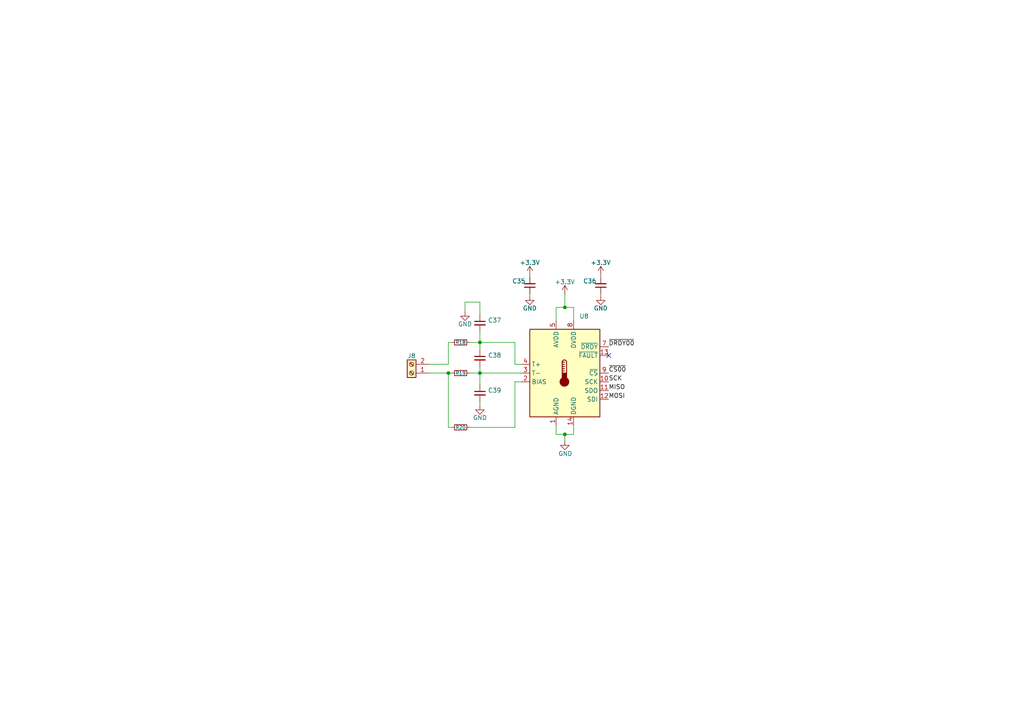
<source format=kicad_sch>
(kicad_sch (version 20211123) (generator eeschema)
  (paper "A4")
  (lib_symbols
    (symbol "Connector:Screw_Terminal_01x02" (pin_names (offset 1.016) hide)
      (property "Reference" "J" (at 0 2.54 0))
      (property "Value" "Screw_Terminal_01x02" (at 0 -5.08 0))
      (symbol "Screw_Terminal_01x02_1_1"
        (rectangle (start -1.27 1.27) (end 1.27 -3.81) (stroke (width 0.254)) (fill (type background)))
        (circle (center 0 -2.54) (radius 0.635) (stroke (width 0.1524)))
        (polyline (pts (xy -0.5334 -2.2098) (xy 0.3302 -3.048)) (stroke (width 0.1524)))
        (polyline (pts (xy -0.5334 0.3302) (xy 0.3302 -0.508)) (stroke (width 0.1524)))
        (polyline (pts (xy -0.3556 -2.032) (xy 0.508 -2.8702)) (stroke (width 0.1524)))
        (polyline (pts (xy -0.3556 0.508) (xy 0.508 -0.3302)) (stroke (width 0.1524)))
        (circle (center 0 0) (radius 0.635) (stroke (width 0.1524)))
        (pin passive line (at -5.08 0 0) (length 3.81) (name "Pin_1") (number "1"))
        (pin passive line (at -5.08 -2.54 0) (length 3.81) (name "Pin_2") (number "2"))
      )
    )
    (symbol "Device:C_Small" (pin_numbers hide) (pin_names (offset 0.254) hide)
      (property "Reference" "C" (at 0.254 1.778 0))
      (property "Value" "C_Small" (at 0.254 -2.032 0))
      (symbol "C_Small_0_1"
        (polyline (pts (xy -1.524 -0.508) (xy 1.524 -0.508)) (stroke (width 0.3302)))
        (polyline (pts (xy -1.524 0.508) (xy 1.524 0.508)) (stroke (width 0.3048)))
      )
      (symbol "C_Small_1_1"
        (pin passive line (at 0 2.54 270) (length 2.032) (name "~") (number "1"))
        (pin passive line (at 0 -2.54 90) (length 2.032) (name "~") (number "2"))
      )
    )
    (symbol "Device:R_Small" (pin_numbers hide) (pin_names (offset 0.254) hide)
      (property "Reference" "R" (at 0.762 0.508 0))
      (property "Value" "R_Small" (at 0.762 -1.016 0))
      (symbol "R_Small_0_1"
        (rectangle (start -0.762 1.778) (end 0.762 -1.778) (stroke (width 0.2032)))
      )
      (symbol "R_Small_1_1"
        (pin passive line (at 0 2.54 270) (length 0.762) (name "~") (number "1"))
        (pin passive line (at 0 -2.54 90) (length 0.762) (name "~") (number "2"))
      )
    )
    (symbol "Sensor_Temperature:MAX31856"
      (property "Reference" "U" (at -7.62 13.97 0))
      (property "Value" "MAX31856" (at 13.97 13.97 0))
      (symbol "MAX31856_0_1"
        (rectangle (start -10.16 12.7) (end 10.16 -12.7) (stroke (width 0.254)) (fill (type background)))
        (circle (center -0.127 -2.54) (radius 1.27) (stroke (width 0.254)) (fill (type outline)))
        (polyline (pts (xy -0.762 0.635) (xy -0.127 0.635)) (stroke (width 0.254)))
        (polyline (pts (xy -0.762 1.27) (xy -0.127 1.27)) (stroke (width 0.254)))
        (polyline (pts (xy -0.762 1.905) (xy -0.127 1.905)) (stroke (width 0.254)))
        (polyline (pts (xy -0.762 2.54) (xy -0.127 2.54)) (stroke (width 0.254)))
        (polyline (pts (xy -0.762 3.175) (xy -0.762 0)) (stroke (width 0.254)))
        (polyline (pts (xy -0.762 3.175) (xy -0.127 3.175)) (stroke (width 0.254)))
        (polyline (pts (xy 0.508 3.175) (xy 0.508 0)) (stroke (width 0.254)))
        (rectangle (start 0.508 -1.905) (end -0.762 0) (stroke (width 0.254)) (fill (type outline)))
        (arc (start 0.508 3.175) (mid -0.127 3.81) (end -0.762 3.175) (stroke (width 0.254)))
      )
      (symbol "MAX31856_1_1"
        (pin power_in line (at -2.54 -15.24 90) (length 2.54) (name "AGND") (number "1"))
        (pin input line (at 12.7 -2.54 180) (length 2.54) (name "SCK") (number "10"))
        (pin output line (at 12.7 -5.08 180) (length 2.54) (name "SDO") (number "11"))
        (pin input line (at 12.7 -7.62 180) (length 2.54) (name "SDI") (number "12"))
        (pin output line (at 12.7 5.08 180) (length 2.54) (name "~{FAULT}") (number "13"))
        (pin power_in line (at 2.54 -15.24 90) (length 2.54) (name "DGND") (number "14"))
        (pin input line (at -12.7 -2.54 0) (length 2.54) (name "BIAS") (number "2"))
        (pin input line (at -12.7 0 0) (length 2.54) (name "T-") (number "3"))
        (pin input line (at -12.7 2.54 0) (length 2.54) (name "T+") (number "4"))
        (pin power_in line (at -2.54 15.24 270) (length 2.54) (name "AVDD") (number "5"))
        (pin no_connect line (at -10.16 -7.62 0) (length 2.54) hide (name "DNC") (number "6"))
        (pin output line (at 12.7 7.62 180) (length 2.54) (name "~{DRDY}") (number "7"))
        (pin power_in line (at 2.54 15.24 270) (length 2.54) (name "DVDD") (number "8"))
        (pin input line (at 12.7 0 180) (length 2.54) (name "~{CS}") (number "9"))
      )
    )
    (symbol "power:+3.3V" (power) (pin_names (offset 0))
      (property "Value" "+3.3V" (at 0 3.556 0))
      (symbol "+3.3V_0_1"
        (polyline (pts (xy -0.762 1.27) (xy 0 2.54)))
        (polyline (pts (xy 0 0) (xy 0 2.54)))
        (polyline (pts (xy 0 2.54) (xy 0.762 1.27)))
      )
      (symbol "+3.3V_1_1"
        (pin power_in line (at 0 0 90) (length 0) hide (name "+3.3V") (number "1"))
      )
    )
    (symbol "power:GND" (power) (pin_names (offset 0))
      (property "Value" "GND" (at 0 -3.81 0))
      (symbol "GND_0_1"
        (polyline (pts (xy 0 0) (xy 0 -1.27) (xy 1.27 -1.27) (xy 0 -2.54) (xy -1.27 -1.27) (xy 0 -1.27)))
      )
      (symbol "GND_1_1"
        (pin power_in line (at 0 0 270) (length 0) hide (name "GND") (number "1"))
      )
    )
  )
  (junction (at 130.048 108.204))
  (junction (at 163.83 125.984))
  (junction (at 139.192 108.204))
  (junction (at 139.192 99.314))
  (junction (at 163.83 89.154))
  (no_connect (at 176.53 103.124))
  (wire (pts (xy 163.83 89.154) (xy 166.37 89.154)))
  (wire (pts (xy 163.83 85.344) (xy 163.83 89.154)))
  (wire (pts (xy 130.048 99.314) (xy 131.064 99.314)))
  (wire (pts (xy 130.048 123.952) (xy 131.064 123.952)))
  (wire (pts (xy 139.192 116.586) (xy 139.192 117.602)))
  (wire (pts (xy 139.192 108.204) (xy 139.192 111.506)))
  (wire (pts (xy 139.192 108.204) (xy 151.13 108.204)))
  (wire (pts (xy 151.13 105.664) (xy 149.352 105.664)))
  (wire (pts (xy 174.244 79.756) (xy 174.244 80.264)))
  (wire (pts (xy 149.352 105.664) (xy 149.352 99.314)))
  (wire (pts (xy 149.352 123.952) (xy 136.144 123.952)))
  (wire (pts (xy 153.67 85.344) (xy 153.67 85.852)))
  (wire (pts (xy 124.46 108.204) (xy 130.048 108.204)))
  (wire (pts (xy 163.83 125.984) (xy 163.83 127.889)))
  (wire (pts (xy 124.46 105.664) (xy 130.048 105.664)))
  (wire (pts (xy 149.352 110.744) (xy 149.352 123.952)))
  (wire (pts (xy 136.144 108.204) (xy 139.192 108.204)))
  (wire (pts (xy 139.192 99.314) (xy 139.192 101.346)))
  (wire (pts (xy 130.048 108.204) (xy 131.064 108.204)))
  (wire (pts (xy 134.874 87.63) (xy 134.874 90.424)))
  (wire (pts (xy 130.048 108.204) (xy 130.048 123.952)))
  (wire (pts (xy 161.29 92.964) (xy 161.29 89.154)))
  (wire (pts (xy 139.192 106.426) (xy 139.192 108.204)))
  (wire (pts (xy 139.192 87.63) (xy 134.874 87.63)))
  (wire (pts (xy 139.192 96.266) (xy 139.192 99.314)))
  (wire (pts (xy 136.144 99.314) (xy 139.192 99.314)))
  (wire (pts (xy 130.048 99.314) (xy 130.048 105.664)))
  (wire (pts (xy 174.244 85.344) (xy 174.244 85.852)))
  (wire (pts (xy 166.37 89.154) (xy 166.37 92.964)))
  (wire (pts (xy 166.37 125.984) (xy 166.37 123.444)))
  (wire (pts (xy 161.29 123.444) (xy 161.29 125.984)))
  (wire (pts (xy 151.13 110.744) (xy 149.352 110.744)))
  (wire (pts (xy 163.83 125.984) (xy 166.37 125.984)))
  (wire (pts (xy 139.192 91.186) (xy 139.192 87.63)))
  (wire (pts (xy 161.29 89.154) (xy 163.83 89.154)))
  (wire (pts (xy 161.29 125.984) (xy 163.83 125.984)))
  (wire (pts (xy 153.67 79.756) (xy 153.67 80.264)))
  (wire (pts (xy 149.352 99.314) (xy 139.192 99.314)))
  (label "~{CS00}" (at 176.53 108.204 0))
  (label "SCK" (at 176.53 110.744 0))
  (label "MISO" (at 176.53 113.284 0))
  (label "MOSI" (at 176.53 115.824 0))
  (label "~{DRDY00}" (at 176.53 100.584 0))
  (symbol (lib_id "Device:C_Small") (at 174.244 82.804 0) (mirror x) (unit 1)
    (property "Reference" "C36" (at 171.069 81.534 0))
  )
  (symbol (lib_id "Device:R_Small") (at 133.604 99.314 90) (unit 1)
    (property "Reference" "R18" (at 133.604 99.314 90) (effects (font (size 1 1))))
  )
  (symbol (lib_id "power:+3.3V") (at 163.83 85.344 0) (unit 1)
    (property "Reference" "#PWR058" (effects hide))
  )
  (symbol (lib_id "power:+3.3V") (at 153.67 79.756 0) (unit 1)
    (property "Reference" "#PWR056" (effects hide))
  )
  (symbol (lib_id "Device:C_Small") (at 139.192 114.046 0) (unit 1)
    (property "Reference" "C39" (at 141.5161 113.2176 0) (effects (justify left)))
  )
  (symbol (lib_id "power:GND") (at 163.83 127.889 0) (unit 1)
    (property "Reference" "#PWR063" (effects hide))
  )
  (symbol (lib_id "power:+3.3V") (at 174.244 79.756 0) (unit 1)
    (property "Reference" "#PWR057" (effects hide))
  )
  (symbol (lib_id "Device:R_Small") (at 133.604 108.204 90) (unit 1)
    (property "Reference" "R19" (at 133.604 108.204 90) (effects (font (size 1 1))))
  )
  (symbol (lib_id "Connector:Screw_Terminal_01x02") (at 119.38 108.204 180) (unit 1)
    (property "Reference" "J8" (at 119.38 103.2312 0))
  )
  (symbol (lib_id "Device:R_Small") (at 133.604 123.952 90) (unit 1)
    (property "Reference" "R20" (at 133.604 123.952 90) (effects (font (size 1 1))))
  )
  (symbol (lib_id "Device:C_Small") (at 139.192 93.726 0) (unit 1)
    (property "Reference" "C37" (at 141.5161 92.8976 0) (effects (justify left)))
  )
  (symbol (lib_id "power:GND") (at 139.192 117.602 0) (mirror y) (unit 1)
    (property "Reference" "#PWR062" (effects hide))
  )
  (symbol (lib_id "power:GND") (at 153.67 85.852 0) (mirror y) (unit 1)
    (property "Reference" "#PWR059" (effects hide))
  )
  (symbol (lib_id "power:GND") (at 134.874 90.424 0) (mirror y) (unit 1)
    (property "Reference" "#PWR061" (effects hide))
  )
  (symbol (lib_id "Device:C_Small") (at 153.67 82.804 0) (mirror x) (unit 1)
    (property "Reference" "C35" (at 150.495 81.534 0))
  )
  (symbol (lib_id "power:GND") (at 174.244 85.852 0) (mirror y) (unit 1)
    (property "Reference" "#PWR060" (effects hide))
  )
  (symbol (lib_id "Sensor_Temperature:MAX31856") (at 163.83 108.204 0) (unit 1)
    (property "Reference" "U8" (at 168.021 91.6971 0) (effects (justify left)))
    (property "Datasheet" "https://datasheets.maximintegrated.com/en/ds/MAX31856.pdf" (effects hide))
  )
  (symbol (lib_id "Device:C_Small") (at 139.192 103.886 0) (unit 1)
    (property "Reference" "C38" (at 141.5161 103.0576 0) (effects (justify left)))
  )
)
</source>
